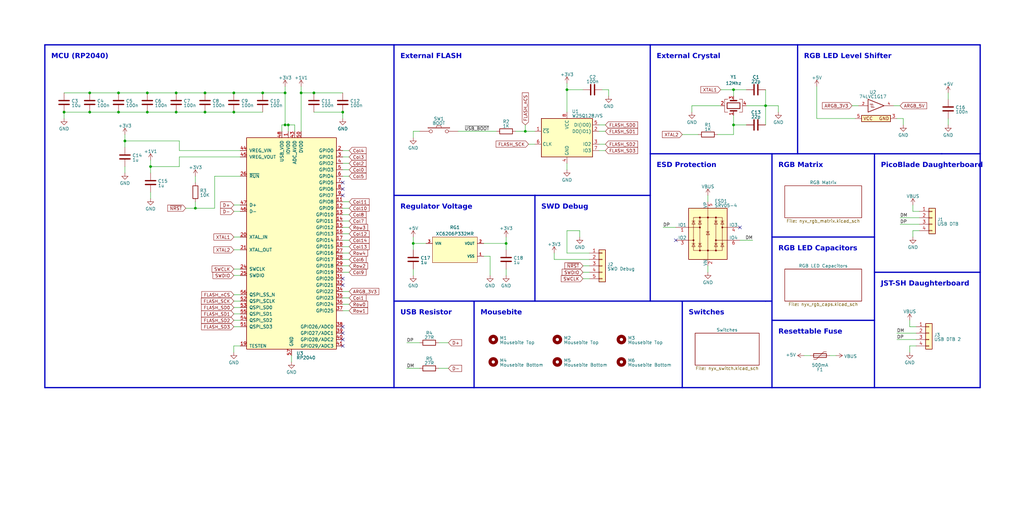
<source format=kicad_sch>
(kicad_sch (version 20220404) (generator eeschema)
  (paper "User" 405.994 202.997)
  (title_block (title "Nyx") (date "2023-06-05") (rev "1") (comment 1 "Copyright © 2023 HorrorTroll") (comment 2 "GPL2 License"))
  (junction (at 69.85 44.45))
  (junction (at 35.56 36.83))
  (junction (at 46.99 44.45))
  (junction (at 77.47 82.55))
  (junction (at 290.83 49.53))
  (junction (at 119.38 36.83))
  (junction (at 25.4 44.45))
  (junction (at 58.42 36.83))
  (junction (at 135.89 44.45))
  (junction (at 104.14 36.83))
  (junction (at 303.53 41.91))
  (junction (at 200.66 96.52))
  (junction (at 124.46 36.83))
  (junction (at 92.71 44.45))
  (junction (at 163.83 96.52))
  (junction (at 114.3 49.53))
  (junction (at 35.56 44.45))
  (junction (at 81.28 44.45))
  (junction (at 224.79 35.56))
  (junction (at 113.03 36.83))
  (junction (at 208.28 52.07))
  (junction (at 113.03 49.53))
  (junction (at 46.99 36.83))
  (junction (at 290.83 35.56))
  (junction (at 69.85 36.83))
  (junction (at 92.71 36.83))
  (junction (at 49.53 55.88))
  (junction (at 59.69 66.04))
  (junction (at 58.42 44.45))
  (junction (at 81.28 36.83))
  (no_connect (at 135.89 137.16))
  (no_connect (at 135.89 113.03))
  (no_connect (at 135.89 77.47))
  (no_connect (at 135.89 74.93))
  (no_connect (at 135.89 134.62))
  (no_connect (at 135.89 132.08))
  (no_connect (at 135.89 129.54))
  (no_connect (at 135.89 72.39))
  (no_connect (at 267.97 95.25))
  (no_connect (at 293.37 90.17))
  (no_connect (at 135.89 110.49))
  (wire (pts (xy 355.6 46.99) (xy 358.14 46.99)))
  (polyline (pts (xy 346.71 153.67) (xy 388.62 153.67)) (stroke (width 0.5) (type solid)))
  (polyline (pts (xy 257.81 77.47) (xy 212.09 77.47)) (stroke (width 0.5) (type solid)))
  (wire (pts (xy 135.89 95.25) (xy 138.43 95.25)))
  (wire (pts (xy 92.71 81.28) (xy 95.25 81.28)))
  (wire (pts (xy 77.47 82.55) (xy 85.09 82.55)))
  (polyline (pts (xy 257.81 77.47) (xy 257.81 60.96)) (stroke (width 0.5) (type solid)))
  (polyline (pts (xy 270.51 119.38) (xy 257.81 119.38)) (stroke (width 0.5) (type solid)))
  (wire (pts (xy 163.83 106.68) (xy 163.83 109.22)))
  (wire (pts (xy 224.79 35.56) (xy 231.14 35.56)))
  (polyline (pts (xy 346.71 93.98) (xy 306.07 93.98)) (stroke (width 0.5) (type solid)))
  (wire (pts (xy 71.12 59.69) (xy 95.25 59.69)))
  (wire (pts (xy 58.42 36.83) (xy 69.85 36.83)))
  (wire (pts (xy 177.8 135.89) (xy 173.99 135.89)))
  (wire (pts (xy 92.71 99.06) (xy 95.25 99.06)))
  (polyline (pts (xy 212.09 119.38) (xy 212.09 77.47)) (stroke (width 0.5) (type solid)))
  (wire (pts (xy 135.89 59.69) (xy 138.43 59.69)))
  (wire (pts (xy 361.95 81.28) (xy 361.95 83.82)))
  (polyline (pts (xy 346.71 153.67) (xy 346.71 127)) (stroke (width 0.5) (type solid)))
  (wire (pts (xy 181.61 52.07) (xy 196.85 52.07)))
  (wire (pts (xy 119.38 36.83) (xy 124.46 36.83)))
  (wire (pts (xy 233.68 100.33) (xy 224.79 100.33)))
  (wire (pts (xy 204.47 52.07) (xy 208.28 52.07)))
  (polyline (pts (xy 306.07 93.98) (xy 306.07 60.96)) (stroke (width 0.5) (type solid)))
  (polyline (pts (xy 156.21 77.47) (xy 156.21 17.78)) (stroke (width 0.5) (type solid)))
  (wire (pts (xy 49.53 66.04) (xy 49.53 68.58)))
  (wire (pts (xy 208.28 52.07) (xy 212.09 52.07)))
  (wire (pts (xy 219.71 102.87) (xy 233.68 102.87)))
  (wire (pts (xy 92.71 116.84) (xy 95.25 116.84)))
  (polyline (pts (xy 156.21 119.38) (xy 156.21 77.47)) (stroke (width 0.5) (type solid)))
  (wire (pts (xy 238.76 35.56) (xy 241.3 35.56)))
  (wire (pts (xy 237.49 57.15) (xy 240.03 57.15)))
  (wire (pts (xy 224.79 100.33) (xy 224.79 91.44)))
  (polyline (pts (xy 270.51 153.67) (xy 187.96 153.67)) (stroke (width 0.5) (type solid)))
  (wire (pts (xy 231.14 105.41) (xy 233.68 105.41)))
  (polyline (pts (xy 156.21 77.47) (xy 212.09 77.47)) (stroke (width 0.5) (type solid)))
  (wire (pts (xy 114.3 49.53) (xy 114.3 52.07)))
  (polyline (pts (xy 187.96 153.67) (xy 156.21 153.67)) (stroke (width 0.5) (type solid)))
  (wire (pts (xy 135.89 92.71) (xy 138.43 92.71)))
  (wire (pts (xy 114.3 49.53) (xy 113.03 49.53)))
  (wire (pts (xy 119.38 34.29) (xy 119.38 36.83)))
  (wire (pts (xy 25.4 44.45) (xy 25.4 46.99)))
  (wire (pts (xy 231.14 107.95) (xy 233.68 107.95)))
  (wire (pts (xy 364.49 91.44) (xy 361.95 91.44)))
  (wire (pts (xy 355.6 132.08) (xy 363.22 132.08)))
  (wire (pts (xy 138.43 80.01) (xy 135.89 80.01)))
  (polyline (pts (xy 346.71 93.98) (xy 346.71 60.96)) (stroke (width 0.5) (type solid)))
  (wire (pts (xy 135.89 115.57) (xy 138.43 115.57)))
  (wire (pts (xy 69.85 36.83) (xy 81.28 36.83)))
  (wire (pts (xy 92.71 119.38) (xy 95.25 119.38)))
  (wire (pts (xy 241.3 35.56) (xy 241.3 38.1)))
  (wire (pts (xy 92.71 121.92) (xy 95.25 121.92)))
  (wire (pts (xy 135.89 90.17) (xy 138.43 90.17)))
  (wire (pts (xy 92.71 36.83) (xy 104.14 36.83)))
  (wire (pts (xy 375.92 36.83) (xy 375.92 39.37)))
  (wire (pts (xy 200.66 96.52) (xy 200.66 99.06)))
  (wire (pts (xy 25.4 36.83) (xy 35.56 36.83)))
  (wire (pts (xy 191.77 96.52) (xy 200.66 96.52)))
  (wire (pts (xy 290.83 35.56) (xy 290.83 38.1)))
  (polyline (pts (xy 346.71 127) (xy 306.07 127)) (stroke (width 0.5) (type solid)))
  (polyline (pts (xy 257.81 60.96) (xy 257.81 17.78)) (stroke (width 0.5) (type solid)))
  (wire (pts (xy 85.09 82.55) (xy 85.09 69.85)))
  (wire (pts (xy 73.66 82.55) (xy 77.47 82.55)))
  (wire (pts (xy 274.32 41.91) (xy 285.75 41.91)))
  (wire (pts (xy 280.67 77.47) (xy 280.67 80.01)))
  (wire (pts (xy 200.66 106.68) (xy 200.66 109.22)))
  (wire (pts (xy 363.22 137.16) (xy 360.68 137.16)))
  (wire (pts (xy 95.25 137.16) (xy 92.71 137.16)))
  (wire (pts (xy 339.09 46.99) (xy 323.85 46.99)))
  (wire (pts (xy 77.47 82.55) (xy 77.47 80.01)))
  (wire (pts (xy 49.53 55.88) (xy 49.53 58.42)))
  (wire (pts (xy 318.77 140.97) (xy 321.31 140.97)))
  (wire (pts (xy 194.31 101.6) (xy 194.31 109.22)))
  (wire (pts (xy 92.71 83.82) (xy 95.25 83.82)))
  (wire (pts (xy 355.6 134.62) (xy 363.22 134.62)))
  (wire (pts (xy 237.49 49.53) (xy 240.03 49.53)))
  (wire (pts (xy 209.55 57.15) (xy 212.09 57.15)))
  (wire (pts (xy 81.28 36.83) (xy 92.71 36.83)))
  (wire (pts (xy 337.82 41.91) (xy 340.36 41.91)))
  (wire (pts (xy 25.4 44.45) (xy 35.56 44.45)))
  (wire (pts (xy 77.47 69.85) (xy 77.47 72.39)))
  (wire (pts (xy 358.14 46.99) (xy 358.14 49.53)))
  (wire (pts (xy 280.67 105.41) (xy 280.67 107.95)))
  (wire (pts (xy 360.68 127) (xy 360.68 129.54)))
  (wire (pts (xy 375.92 46.99) (xy 375.92 49.53)))
  (polyline (pts (xy 388.62 107.95) (xy 346.71 107.95)) (stroke (width 0.5) (type solid)))
  (wire (pts (xy 284.48 53.34) (xy 290.83 53.34)))
  (wire (pts (xy 92.71 124.46) (xy 95.25 124.46)))
  (wire (pts (xy 135.89 85.09) (xy 138.43 85.09)))
  (polyline (pts (xy 257.81 119.38) (xy 257.81 77.47)) (stroke (width 0.5) (type solid)))
  (wire (pts (xy 135.89 102.87) (xy 138.43 102.87)))
  (polyline (pts (xy 306.07 153.67) (xy 270.51 153.67)) (stroke (width 0.5) (type solid)))
  (wire (pts (xy 177.8 146.05) (xy 173.99 146.05)))
  (wire (pts (xy 59.69 66.04) (xy 71.12 66.04)))
  (wire (pts (xy 135.89 64.77) (xy 138.43 64.77)))
  (wire (pts (xy 295.91 41.91) (xy 303.53 41.91)))
  (wire (pts (xy 163.83 96.52) (xy 168.91 96.52)))
  (wire (pts (xy 208.28 49.53) (xy 208.28 52.07)))
  (wire (pts (xy 35.56 36.83) (xy 46.99 36.83)))
  (wire (pts (xy 354.33 41.91) (xy 356.87 41.91)))
  (wire (pts (xy 161.29 135.89) (xy 166.37 135.89)))
  (polyline (pts (xy 187.96 153.67) (xy 187.96 119.38)) (stroke (width 0.5) (type solid)))
  (polyline (pts (xy 346.71 127) (xy 346.71 93.98)) (stroke (width 0.5) (type solid)))
  (wire (pts (xy 163.83 52.07) (xy 163.83 54.61)))
  (wire (pts (xy 59.69 66.04) (xy 59.69 63.5)))
  (wire (pts (xy 113.03 49.53) (xy 111.76 49.53)))
  (wire (pts (xy 92.71 109.22) (xy 95.25 109.22)))
  (polyline (pts (xy 17.78 17.78) (xy 156.21 17.78)) (stroke (width 0.5) (type solid)))
  (wire (pts (xy 135.89 87.63) (xy 138.43 87.63)))
  (polyline (pts (xy 388.62 60.96) (xy 373.38 60.96)) (stroke (width 0.5) (type solid)))
  (wire (pts (xy 191.77 101.6) (xy 194.31 101.6)))
  (wire (pts (xy 328.93 140.97) (xy 331.47 140.97)))
  (wire (pts (xy 115.57 140.97) (xy 115.57 143.51)))
  (wire (pts (xy 35.56 44.45) (xy 46.99 44.45)))
  (wire (pts (xy 290.83 53.34) (xy 290.83 49.53)))
  (polyline (pts (xy 212.09 119.38) (xy 187.96 119.38)) (stroke (width 0.5) (type solid)))
  (wire (pts (xy 135.89 123.19) (xy 138.43 123.19)))
  (polyline (pts (xy 306.07 119.38) (xy 306.07 93.98)) (stroke (width 0.5) (type solid)))
  (wire (pts (xy 92.71 127) (xy 95.25 127)))
  (wire (pts (xy 92.71 137.16) (xy 92.71 139.7)))
  (polyline (pts (xy 388.62 17.78) (xy 388.62 60.96)) (stroke (width 0.5) (type solid)))
  (wire (pts (xy 361.95 91.44) (xy 361.95 93.98)))
  (wire (pts (xy 219.71 100.33) (xy 219.71 102.87)))
  (wire (pts (xy 71.12 55.88) (xy 71.12 59.69)))
  (polyline (pts (xy 388.62 107.95) (xy 388.62 153.67)) (stroke (width 0.5) (type solid)))
  (wire (pts (xy 81.28 44.45) (xy 92.71 44.45)))
  (polyline (pts (xy 187.96 119.38) (xy 156.21 119.38)) (stroke (width 0.5) (type solid)))
  (wire (pts (xy 224.79 33.02) (xy 224.79 35.56)))
  (polyline (pts (xy 316.23 60.96) (xy 316.23 17.78)) (stroke (width 0.5) (type solid)))
  (wire (pts (xy 59.69 66.04) (xy 59.69 68.58)))
  (wire (pts (xy 135.89 107.95) (xy 138.43 107.95)))
  (wire (pts (xy 119.38 36.83) (xy 119.38 52.07)))
  (polyline (pts (xy 270.51 119.38) (xy 303.53 119.38)) (stroke (width 0.5) (type solid)))
  (wire (pts (xy 293.37 95.25) (xy 298.45 95.25)))
  (wire (pts (xy 356.87 88.9) (xy 364.49 88.9)))
  (wire (pts (xy 49.53 53.34) (xy 49.53 55.88)))
  (wire (pts (xy 303.53 41.91) (xy 308.61 41.91)))
  (polyline (pts (xy 388.62 60.96) (xy 388.62 107.95)) (stroke (width 0.5) (type solid)))
  (wire (pts (xy 135.89 67.31) (xy 138.43 67.31)))
  (wire (pts (xy 237.49 59.69) (xy 240.03 59.69)))
  (wire (pts (xy 71.12 66.04) (xy 71.12 62.23)))
  (wire (pts (xy 46.99 44.45) (xy 58.42 44.45)))
  (wire (pts (xy 231.14 110.49) (xy 233.68 110.49)))
  (wire (pts (xy 290.83 45.72) (xy 290.83 49.53)))
  (polyline (pts (xy 156.21 17.78) (xy 257.81 17.78)) (stroke (width 0.5) (type solid)))
  (wire (pts (xy 135.89 97.79) (xy 138.43 97.79)))
  (wire (pts (xy 308.61 41.91) (xy 308.61 44.45)))
  (wire (pts (xy 224.79 64.77) (xy 224.79 67.31)))
  (wire (pts (xy 135.89 120.65) (xy 138.43 120.65)))
  (wire (pts (xy 135.89 82.55) (xy 138.43 82.55)))
  (wire (pts (xy 92.71 106.68) (xy 95.25 106.68)))
  (wire (pts (xy 290.83 35.56) (xy 295.91 35.56)))
  (wire (pts (xy 113.03 36.83) (xy 113.03 49.53)))
  (wire (pts (xy 163.83 93.98) (xy 163.83 96.52)))
  (wire (pts (xy 224.79 35.56) (xy 224.79 44.45)))
  (polyline (pts (xy 306.07 119.38) (xy 306.07 153.67)) (stroke (width 0.5) (type solid)))
  (wire (pts (xy 135.89 69.85) (xy 138.43 69.85)))
  (wire (pts (xy 92.71 44.45) (xy 104.14 44.45)))
  (polyline (pts (xy 388.62 17.78) (xy 316.23 17.78)) (stroke (width 0.5) (type solid)))
  (wire (pts (xy 49.53 55.88) (xy 71.12 55.88)))
  (polyline (pts (xy 373.38 60.96) (xy 316.23 60.96)) (stroke (width 0.5) (type solid)))
  (wire (pts (xy 323.85 34.29) (xy 323.85 46.99)))
  (wire (pts (xy 92.71 93.98) (xy 95.25 93.98)))
  (polyline (pts (xy 270.51 153.67) (xy 270.51 119.38)) (stroke (width 0.5) (type solid)))
  (wire (pts (xy 58.42 44.45) (xy 69.85 44.45)))
  (wire (pts (xy 200.66 93.98) (xy 200.66 96.52)))
  (wire (pts (xy 224.79 91.44) (xy 229.87 91.44)))
  (wire (pts (xy 303.53 35.56) (xy 303.53 41.91)))
  (wire (pts (xy 356.87 86.36) (xy 364.49 86.36)))
  (polyline (pts (xy 156.21 153.67) (xy 156.21 119.38)) (stroke (width 0.5) (type solid)))
  (wire (pts (xy 135.89 100.33) (xy 138.43 100.33)))
  (polyline (pts (xy 316.23 17.78) (xy 257.81 17.78)) (stroke (width 0.5) (type solid)))
  (wire (pts (xy 285.75 35.56) (xy 290.83 35.56)))
  (wire (pts (xy 363.22 129.54) (xy 360.68 129.54)))
  (wire (pts (xy 69.85 44.45) (xy 81.28 44.45)))
  (polyline (pts (xy 316.23 60.96) (xy 257.81 60.96)) (stroke (width 0.5) (type solid)))
  (wire (pts (xy 364.49 83.82) (xy 361.95 83.82)))
  (wire (pts (xy 360.68 137.16) (xy 360.68 139.7)))
  (wire (pts (xy 274.32 41.91) (xy 274.32 44.45)))
  (wire (pts (xy 290.83 49.53) (xy 295.91 49.53)))
  (wire (pts (xy 135.89 118.11) (xy 138.43 118.11)))
  (wire (pts (xy 270.51 53.34) (xy 276.86 53.34)))
  (wire (pts (xy 163.83 96.52) (xy 163.83 99.06)))
  (wire (pts (xy 46.99 36.83) (xy 58.42 36.83)))
  (wire (pts (xy 92.71 129.54) (xy 95.25 129.54)))
  (polyline (pts (xy 346.71 153.67) (xy 306.07 153.67)) (stroke (width 0.5) (type solid)))
  (wire (pts (xy 135.89 62.23) (xy 138.43 62.23)))
  (wire (pts (xy 229.87 91.44) (xy 229.87 93.98)))
  (wire (pts (xy 71.12 62.23) (xy 95.25 62.23)))
  (wire (pts (xy 135.89 44.45) (xy 135.89 46.99)))
  (polyline (pts (xy 17.78 153.67) (xy 17.78 17.78)) (stroke (width 0.5) (type solid)))
  (wire (pts (xy 116.84 49.53) (xy 114.3 49.53)))
  (wire (pts (xy 135.89 105.41) (xy 138.43 105.41)))
  (wire (pts (xy 104.14 36.83) (xy 113.03 36.83)))
  (wire (pts (xy 59.69 76.2) (xy 59.69 78.74)))
  (wire (pts (xy 262.89 90.17) (xy 267.97 90.17)))
  (wire (pts (xy 161.29 146.05) (xy 166.37 146.05)))
  (wire (pts (xy 124.46 44.45) (xy 135.89 44.45)))
  (polyline (pts (xy 257.81 119.38) (xy 212.09 119.38)) (stroke (width 0.5) (type solid)))
  (wire (pts (xy 166.37 52.07) (xy 163.83 52.07)))
  (wire (pts (xy 124.46 36.83) (xy 135.89 36.83)))
  (wire (pts (xy 237.49 52.07) (xy 240.03 52.07)))
  (wire (pts (xy 116.84 52.07) (xy 116.84 49.53)))
  (wire (pts (xy 85.09 69.85) (xy 95.25 69.85)))
  (wire (pts (xy 111.76 49.53) (xy 111.76 52.07)))
  (polyline (pts (xy 303.53 119.38) (xy 306.07 119.38)) (stroke (width 0.5) (type solid)))
  (wire (pts (xy 113.03 34.29) (xy 113.03 36.83)))
  (wire (pts (xy 303.53 41.91) (xy 303.53 49.53)))
  (polyline (pts (xy 156.21 153.67) (xy 17.78 153.67)) (stroke (width 0.5) (type solid)))
  (text "Switches" (at 273.05 125.73 0) (effects (font (size 2 2) (thickness 0.4) bold) (justify left bottom)))
  (text "PicoBlade Daughterboard" (at 349.25 67.31 0) (effects (font (size 2 2) (thickness 0.4) bold) (justify left bottom)))
  (text "MCU (RP2040)" (at 20.32 24.13 0) (effects (font (size 2 2) (thickness 0.4) bold) (justify left bottom)))
  (text "External Crystal" (at 260.35 24.13 0) (effects (font (size 2 2) (thickness 0.4) bold) (justify left bottom)))
  (text "RGB Matrix" (at 308.61 67.31 0) (effects (font (size 2 2) (thickness 0.4) bold) (justify left bottom)))
  (text "USB Resistor" (at 158.75 125.73 0) (effects (font (size 2 2) (thickness 0.4) bold) (justify left bottom)))
  (text "Mousebite" (at 190.5 125.73 0) (effects (font (size 2 2) (thickness 0.4) bold) (justify left bottom)))
  (text "RGB LED Capacitors" (at 308.61 100.33 0) (effects (font (size 2 2) (thickness 0.4) bold) (justify left bottom)))
  (text "JST-SH Daughterboard" (at 349.25 114.3 0) (effects (font (size 2 2) (thickness 0.4) bold) (justify left bottom)))
  (text "Resettable Fuse" (at 308.61 133.35 0) (effects (font (size 2 2) (thickness 0.4) bold) (justify left bottom)))
  (text "ESD Protection" (at 260.35 67.31 0) (effects (font (size 2 2) (thickness 0.4) bold) (justify left bottom)))
  (text "RGB LED Level Shifter" (at 318.77 24.13 0) (effects (font (size 2 2) (thickness 0.4) bold) (justify left bottom)))
  (text "SWD Debug" (at 214.63 83.82 0) (effects (font (size 2 2) (thickness 0.4) bold) (justify left bottom)))
  (text "Regulator Voltage" (at 158.75 83.82 0) (effects (font (size 2 2) (thickness 0.4) bold) (justify left bottom)))
  (text "External FLASH" (at 158.75 24.13 0) (effects (font (size 2 2) (thickness 0.4) bold) (justify left bottom)))
  (label "DM" (at 356.87 86.36 0))
  (label "DP" (at 262.89 90.17 0))
  (label "DM" (at 161.29 146.05 0))
  (label "DP" (at 355.6 134.62 0))
  (label "DP" (at 356.87 88.9 0))
  (label "~{USB_BOOT}" (at 184.15 52.07 0))
  (label "DM" (at 298.45 95.25 0))
  (label "DP" (at 161.29 135.89 0))
  (label "DM" (at 355.6 132.08 0))
  (global_label "SWDIO" (shape input) (at 92.71 109.22 180) (property "Intersheetrefs" "${INTERSHEET_REFS}" (effects hide)))
  (global_label "Row0" (shape input) (at 138.43 120.65 0) (property "Intersheetrefs" "${INTERSHEET_REFS}" (effects hide)))
  (global_label "Col13" (shape input) (at 138.43 97.79 0) (property "Intersheetrefs" "${INTERSHEET_REFS}" (effects hide)))
  (global_label "Col3" (shape input) (at 138.43 62.23 0) (property "Intersheetrefs" "${INTERSHEET_REFS}" (effects hide)))
  (global_label "FLASH_SCK" (shape input) (at 209.55 57.15 180) (property "Intersheetrefs" "${INTERSHEET_REFS}" (effects hide)))
  (global_label "FLASH_SD1" (shape input) (at 92.71 124.46 180) (property "Intersheetrefs" "${INTERSHEET_REFS}" (effects hide)))
  (global_label "ARGB_3V3" (shape input) (at 138.43 115.57 0) (property "Intersheet References" "${INTERSHEET_REFS}" (effects hide)))
  (global_label "Col7" (shape input) (at 138.43 87.63 0) (property "Intersheetrefs" "${INTERSHEET_REFS}" (effects hide)))
  (global_label "FLASH_SD3" (shape input) (at 92.71 129.54 180) (property "Intersheetrefs" "${INTERSHEET_REFS}" (effects hide)))
  (global_label "Col12" (shape input) (at 138.43 92.71 0) (property "Intersheetrefs" "${INTERSHEET_REFS}" (effects hide)))
  (global_label "Col11" (shape input) (at 138.43 80.01 0) (property "Intersheetrefs" "${INTERSHEET_REFS}" (effects hide)))
  (global_label "Col10" (shape input) (at 138.43 82.55 0) (property "Intersheetrefs" "${INTERSHEET_REFS}" (effects hide)))
  (global_label "XTAL1" (shape input) (at 285.75 35.56 180) (property "Intersheetrefs" "${INTERSHEET_REFS}" (effects hide)))
  (global_label "~{NRST}" (shape input) (at 73.66 82.55 180) (property "Intersheetrefs" "${INTERSHEET_REFS}" (effects hide)))
  (global_label "XTAL1" (shape input) (at 92.71 93.98 180) (property "Intersheetrefs" "${INTERSHEET_REFS}" (effects hide)))
  (global_label "FLASH_SD2" (shape input) (at 92.71 127 180) (property "Intersheetrefs" "${INTERSHEET_REFS}" (effects hide)))
  (global_label "FLASH_SD3" (shape input) (at 240.03 59.69 0) (property "Intersheetrefs" "${INTERSHEET_REFS}" (effects hide)))
  (global_label "Col6" (shape input) (at 138.43 102.87 0) (property "Intersheetrefs" "${INTERSHEET_REFS}" (effects hide)))
  (global_label "Row4" (shape input) (at 138.43 100.33 0) (property "Intersheetrefs" "${INTERSHEET_REFS}" (effects hide)))
  (global_label "D+" (shape input) (at 92.71 81.28 180) (property "Intersheetrefs" "${INTERSHEET_REFS}" (effects hide)))
  (global_label "FLASH_SD0" (shape input) (at 92.71 121.92 180) (property "Intersheetrefs" "${INTERSHEET_REFS}" (effects hide)))
  (global_label "FLASH_SD2" (shape input) (at 240.03 57.15 0) (property "Intersheetrefs" "${INTERSHEET_REFS}" (effects hide)))
  (global_label "SWDIO" (shape input) (at 231.14 107.95 180) (property "Intersheetrefs" "${INTERSHEET_REFS}" (effects hide)))
  (global_label "D-" (shape input) (at 177.8 146.05 0) (property "Intersheet References" "${INTERSHEET_REFS}" (effects hide)))
  (global_label "Row2" (shape input) (at 138.43 105.41 0) (property "Intersheetrefs" "${INTERSHEET_REFS}" (effects hide)))
  (global_label "FLASH_SD0" (shape input) (at 240.03 49.53 0) (property "Intersheetrefs" "${INTERSHEET_REFS}" (effects hide)))
  (global_label "Col4" (shape input) (at 138.43 59.69 0) (property "Intersheetrefs" "${INTERSHEET_REFS}" (effects hide)))
  (global_label "Row3" (shape input) (at 138.43 90.17 0) (property "Intersheetrefs" "${INTERSHEET_REFS}" (effects hide)))
  (global_label "Col2" (shape input) (at 138.43 64.77 0) (property "Intersheetrefs" "${INTERSHEET_REFS}" (effects hide)))
  (global_label "XTAL2" (shape input) (at 270.51 53.34 180) (property "Intersheetrefs" "${INTERSHEET_REFS}" (effects hide)))
  (global_label "SWCLK" (shape input) (at 231.14 110.49 180) (property "Intersheetrefs" "${INTERSHEET_REFS}" (effects hide)))
  (global_label "XTAL2" (shape input) (at 92.71 99.06 180) (property "Intersheetrefs" "${INTERSHEET_REFS}" (effects hide)))
  (global_label "FLASH_SD1" (shape input) (at 240.03 52.07 0) (property "Intersheetrefs" "${INTERSHEET_REFS}" (effects hide)))
  (global_label "~{NRST}" (shape input) (at 231.14 105.41 180) (property "Intersheetrefs" "${INTERSHEET_REFS}" (effects hide)))
  (global_label "Col9" (shape input) (at 138.43 107.95 0) (property "Intersheetrefs" "${INTERSHEET_REFS}" (effects hide)))
  (global_label "ARGB_5V" (shape input) (at 356.87 41.91 0) (property "Intersheet References" "${INTERSHEET_REFS}" (effects hide)))
  (global_label "Col5" (shape input) (at 138.43 69.85 0) (property "Intersheetrefs" "${INTERSHEET_REFS}" (effects hide)))
  (global_label "SWCLK" (shape input) (at 92.71 106.68 180) (property "Intersheetrefs" "${INTERSHEET_REFS}" (effects hide)))
  (global_label "Col1" (shape input) (at 138.43 118.11 0) (property "Intersheetrefs" "${INTERSHEET_REFS}" (effects hide)))
  (global_label "D+" (shape input) (at 177.8 135.89 0) (property "Intersheet References" "${INTERSHEET_REFS}" (effects hide)))
  (global_label "FLASH_SCK" (shape input) (at 92.71 119.38 180) (property "Intersheetrefs" "${INTERSHEET_REFS}" (effects hide)))
  (global_label "D-" (shape input) (at 92.71 83.82 180) (property "Intersheetrefs" "${INTERSHEET_REFS}" (effects hide)))
  (global_label "Row1" (shape input) (at 138.43 123.19 0) (property "Intersheetrefs" "${INTERSHEET_REFS}" (effects hide)))
  (global_label "ARGB_3V3" (shape input) (at 337.82 41.91 180) (property "Intersheet References" "${INTERSHEET_REFS}" (effects hide)))
  (global_label "FLASH_nCS" (shape input) (at 92.71 116.84 180) (property "Intersheetrefs" "${INTERSHEET_REFS}" (effects hide)))
  (global_label "Col0" (shape input) (at 138.43 67.31 0) (property "Intersheetrefs" "${INTERSHEET_REFS}" (effects hide)))
  (global_label "Col14" (shape input) (at 138.43 95.25 0) (property "Intersheetrefs" "${INTERSHEET_REFS}" (effects hide)))
  (global_label "FLASH_nCS" (shape input) (at 208.28 49.53 90) (property "Intersheetrefs" "${INTERSHEET_REFS}" (effects hide)))
  (global_label "Col8" (shape input) (at 138.43 85.09 0) (property "Intersheetrefs" "${INTERSHEET_REFS}" (effects hide)))
  (symbol (lib_id "power:GND") (at 25.4 46.99 0) (unit 1)
    (default_instance (reference "#PWR") (unit 1) (value "GND") (footprint ""))
    (property "Reference" "#PWR0104" (effects hide))
    (property "Value" "GND" (at 25.4 51.0461 0))
  )
  (symbol (lib_id "Device:C") (at 35.56 40.64 0) (unit 1)
    (default_instance (reference "C") (unit 1) (value "C") (footprint ""))
    (property "Reference" "C4" (at 38.481 40.0455 0) (effects (justify left)))
    (property "Value" "100n" (at 38.481 41.8077 0) (effects (justify left)))
    (property "Footprint" "Capacitor_SMD:C_0603_1608Metric" (effects hide))
    (property "LCSC Part Number" "C14663" (effects hide))
  )
  (symbol (lib_id "power:GND") (at 163.83 54.61 0) (unit 1)
    (default_instance (reference "#PWR") (unit 1) (value "GND") (footprint ""))
    (property "Reference" "#PWR0117" (effects hide))
    (property "Value" "GND" (at 163.83 58.6661 0))
  )
  (symbol (lib_id "power:GND") (at 92.71 139.7 0) (unit 1)
    (default_instance (reference "#PWR") (unit 1) (value "GND") (footprint ""))
    (property "Reference" "#PWR0105" (effects hide))
    (property "Value" "GND" (at 92.71 143.7561 0))
  )
  (symbol (lib_id "power:VBUS") (at 360.68 127 0) (unit 1)
    (default_instance (reference "#PWR") (unit 1) (value "VBUS") (footprint ""))
    (property "Reference" "#PWR05" (effects hide))
    (property "Value" "VBUS" (at 360.68 123.5171 0))
  )
  (symbol (lib_id "power:GND") (at 360.68 139.7 0) (unit 1)
    (default_instance (reference "#PWR") (unit 1) (value "GND") (footprint ""))
    (property "Reference" "#PWR06" (effects hide))
    (property "Value" "GND" (at 360.68 143.7561 0))
  )
  (symbol (lib_id "Device:C") (at 81.28 40.64 0) (unit 1)
    (default_instance (reference "C") (unit 1) (value "C") (footprint ""))
    (property "Reference" "C8" (at 84.201 40.0455 0) (effects (justify left)))
    (property "Value" "100n" (at 84.201 41.8077 0) (effects (justify left)))
    (property "Footprint" "Capacitor_SMD:C_0603_1608Metric" (effects hide))
    (property "LCSC Part Number" "C14663" (effects hide))
  )
  (symbol (lib_id "Device:C") (at 49.53 62.23 0) (unit 1)
    (default_instance (reference "C") (unit 1) (value "C") (footprint ""))
    (property "Reference" "C14" (at 52.451 61.6355 0) (effects (justify left)))
    (property "Value" "1u" (at 52.451 63.3977 0) (effects (justify left)))
    (property "Footprint" "Capacitor_SMD:C_0603_1608Metric" (effects hide))
    (property "LCSC Part Number" "C15849" (effects hide))
  )
  (symbol (lib_id "Device:C") (at 58.42 40.64 0) (unit 1)
    (default_instance (reference "C") (unit 1) (value "C") (footprint ""))
    (property "Reference" "C6" (at 61.341 40.0455 0) (effects (justify left)))
    (property "Value" "100n" (at 61.341 41.8077 0) (effects (justify left)))
    (property "Footprint" "Capacitor_SMD:C_0603_1608Metric" (effects hide))
    (property "LCSC Part Number" "C14663" (effects hide))
  )
  (symbol (lib_id "power:+5V") (at 375.92 36.83 0) (unit 1)
    (default_instance (reference "#PWR") (unit 1) (value "+5V") (footprint ""))
    (property "Reference" "#PWR0132" (effects hide))
    (property "Value" "+5V" (at 375.92 33.3471 0))
  )
  (symbol (lib_id "Device:C") (at 375.92 43.18 0) (unit 1)
    (default_instance (reference "C") (unit 1) (value "C") (footprint ""))
    (property "Reference" "C16" (at 378.841 42.5855 0) (effects (justify left)))
    (property "Value" "100n" (at 378.841 44.3477 0) (effects (justify left)))
    (property "Footprint" "Capacitor_SMD:C_0603_1608Metric" (effects hide))
    (property "LCSC Part Number" "C14663" (effects hide))
  )
  (symbol (lib_id "Device:C") (at 69.85 40.64 0) (unit 1)
    (default_instance (reference "C") (unit 1) (value "C") (footprint ""))
    (property "Reference" "C7" (at 72.771 40.0455 0) (effects (justify left)))
    (property "Value" "100n" (at 72.771 41.8077 0) (effects (justify left)))
    (property "Footprint" "Capacitor_SMD:C_0603_1608Metric" (effects hide))
    (property "LCSC Part Number" "C14663" (effects hide))
  )
  (symbol (lib_id "Device:Polyfuse") (at 325.12 140.97 270) (unit 1)
    (default_instance (reference "F") (unit 1) (value "Polyfuse") (footprint ""))
    (property "Reference" "F1" (at 325.12 146.5422 90))
    (property "Value" "500mA" (at 325.12 144.78 90))
    (property "Footprint" "Fuse:Fuse_0805_2012Metric" (effects hide))
    (property "LCSC Part Number" "C269104" (effects hide))
  )
  (symbol (lib_id "power:VBUS") (at 361.95 81.28 0) (unit 1)
    (default_instance (reference "#PWR") (unit 1) (value "VBUS") (footprint ""))
    (property "Reference" "#PWR0134" (effects hide))
    (property "Value" "VBUS" (at 361.95 77.7971 0))
  )
  (symbol (lib_id "Mechanical:MountingHole") (at 195.58 134.62 0) (unit 1)
    (default_instance (reference "H") (unit 1) (value "MountingHole") (footprint ""))
    (property "Reference" "M1" (at 198.12 134.0255 0) (effects (justify left)))
    (property "Value" "Mousebite Top" (at 198.12 135.7877 0) (effects (justify left)))
    (property "Footprint" "HorrorTroll_lib:mousebites_2mm_big_width" (effects hide))
  )
  (symbol (lib_id "power:+3V3") (at 113.03 34.29 0) (unit 1)
    (default_instance (reference "#PWR") (unit 1) (value "+3V3") (footprint ""))
    (property "Reference" "#PWR0103" (effects hide))
    (property "Value" "+3V3" (at 113.03 30.8071 0))
  )
  (symbol (lib_id "power:GND") (at 224.79 67.31 0) (unit 1)
    (default_instance (reference "#PWR") (unit 1) (value "GND") (footprint ""))
    (property "Reference" "#PWR0125" (effects hide))
    (property "Value" "GND" (at 224.79 71.3661 0))
  )
  (symbol (lib_id "power:+5V") (at 318.77 140.97 90) (unit 1)
    (default_instance (reference "#PWR") (unit 1) (value "+5V") (footprint ""))
    (property "Reference" "#PWR0124" (effects hide))
    (property "Value" "+5V" (at 315.595 140.6834 90) (effects (justify left)))
  )
  (symbol (lib_id "power:+3V3") (at 49.53 53.34 0) (unit 1)
    (default_instance (reference "#PWR") (unit 1) (value "+3V3") (footprint ""))
    (property "Reference" "#PWR0107" (effects hide))
    (property "Value" "+3V3" (at 49.53 49.8571 0))
  )
  (symbol (lib_id "Device:C") (at 299.72 35.56 90) (unit 1)
    (default_instance (reference "C") (unit 1) (value "C") (footprint ""))
    (property "Reference" "C1" (at 299.72 30.5689 90))
    (property "Value" "22p" (at 299.72 32.3311 90))
    (property "Footprint" "Capacitor_SMD:C_0603_1608Metric" (effects hide))
    (property "LCSC Part Number" "C1653" (effects hide))
  )
  (symbol (lib_id "power:VBUS") (at 280.67 77.47 0) (unit 1)
    (default_instance (reference "#PWR") (unit 1) (value "VBUS") (footprint ""))
    (property "Reference" "#PWR0127" (effects hide))
    (property "Value" "VBUS" (at 280.67 73.9871 0))
  )
  (symbol (lib_id "power:GND") (at 229.87 93.98 0) (unit 1)
    (default_instance (reference "#PWR") (unit 1) (value "GND") (footprint ""))
    (property "Reference" "#PWR0121" (effects hide))
    (property "Value" "GND" (at 229.87 98.0361 0))
  )
  (symbol (lib_id "Device:C") (at 124.46 40.64 0) (unit 1)
    (default_instance (reference "C") (unit 1) (value "C") (footprint ""))
    (property "Reference" "C11" (at 127.381 40.0455 0) (effects (justify left)))
    (property "Value" "100n" (at 127.381 41.8077 0) (effects (justify left)))
    (property "Footprint" "Capacitor_SMD:C_0603_1608Metric" (effects hide))
    (property "LCSC Part Number" "C14663" (effects hide))
  )
  (symbol (lib_id "Device:R") (at 170.18 135.89 270) (unit 1)
    (default_instance (reference "U") (unit 1) (value "") (footprint ""))
    (property "Reference" "R4" (at 170.18 132.0419 90))
    (property "Value" "27R" (at 170.18 133.8041 90))
    (property "Footprint" "Resistor_SMD:R_0603_1608Metric" (effects hide))
    (property "LCSC Part Number" "C25190" (effects hide))
  )
  (symbol (lib_id "Device:C") (at 46.99 40.64 0) (unit 1)
    (default_instance (reference "C") (unit 1) (value "C") (footprint ""))
    (property "Reference" "C5" (at 49.911 40.0455 0) (effects (justify left)))
    (property "Value" "100n" (at 49.911 41.8077 0) (effects (justify left)))
    (property "Footprint" "Capacitor_SMD:C_0603_1608Metric" (effects hide))
    (property "LCSC Part Number" "C14663" (effects hide))
  )
  (symbol (lib_id "power:+3V3") (at 77.47 69.85 0) (unit 1)
    (default_instance (reference "#PWR") (unit 1) (value "+3V3") (footprint ""))
    (property "Reference" "#PWR0106" (effects hide))
    (property "Value" "+3V3" (at 77.47 66.3671 0))
  )
  (symbol (lib_id "horrortroll_lib:74LVC1G17") (at 346.71 41.91 0) (unit 1)
    (default_instance (reference "U") (unit 1) (value "74LVC1G17") (footprint "Package_TO_SOT_SMD:SOT-23-5"))
    (property "Reference" "U2" (at 346.075 36.5379 0))
    (property "Value" "74LVC1G17" (at 346.075 38.3001 0))
    (property "Footprint" "Package_TO_SOT_SMD:SOT-23-5" (effects hide))
    (property "Datasheet" "http://www.ti.com/lit/sg/scyt129e/scyt129e.pdf" (effects hide))
    (property "LCSC" "C7484" (effects hide))
    (property "LCSC Part Number" "C6076" (effects hide))
  )
  (symbol (lib_id "Mechanical:MountingHole") (at 246.38 134.62 0) (unit 1)
    (default_instance (reference "H") (unit 1) (value "MountingHole") (footprint ""))
    (property "Reference" "M3" (at 248.92 134.0255 0) (effects (justify left)))
    (property "Value" "Mousebite Top" (at 248.92 135.7877 0) (effects (justify left)))
    (property "Footprint" "HorrorTroll_lib:mousebites_2mm_big_width" (effects hide))
  )
  (symbol (lib_id "Connector_Generic:Conn_01x05") (at 238.76 105.41 0) (unit 1)
    (default_instance (reference "J") (unit 1) (value "Conn_01x05") (footprint ""))
    (property "Reference" "J2" (at 240.792 104.8155 0) (effects (justify left)))
    (property "Value" "SWD Debug" (at 240.792 106.5777 0) (effects (justify left)))
    (property "Footprint" "Connector_PinHeader_2.54mm:PinHeader_1x05_P2.54mm_Vertical" (effects hide))
  )
  (symbol (lib_id "Device:C") (at 299.72 49.53 90) (unit 1)
    (default_instance (reference "C") (unit 1) (value "C") (footprint ""))
    (property "Reference" "C13" (at 299.72 44.5389 90))
    (property "Value" "22p" (at 299.72 46.3011 90))
    (property "Footprint" "Capacitor_SMD:C_0603_1608Metric" (effects hide))
    (property "LCSC Part Number" "C1653" (effects hide))
  )
  (symbol (lib_id "Device:R") (at 77.47 76.2 0) (unit 1)
    (default_instance (reference "R") (unit 1) (value "R") (footprint ""))
    (property "Reference" "R3" (at 79.248 75.6055 0) (effects (justify left)))
    (property "Value" "10K" (at 79.248 77.3677 0) (effects (justify left)))
    (property "Footprint" "Resistor_SMD:R_0603_1608Metric" (effects hide))
    (property "LCSC Part Number" "C25804" (effects hide))
  )
  (symbol (lib_id "power:GND") (at 49.53 68.58 0) (unit 1)
    (default_instance (reference "#PWR") (unit 1) (value "GND") (footprint ""))
    (property "Reference" "#PWR0110" (effects hide))
    (property "Value" "GND" (at 49.53 72.6361 0))
  )
  (symbol (lib_id "Device:C") (at 135.89 40.64 0) (unit 1)
    (default_instance (reference "C") (unit 1) (value "C") (footprint ""))
    (property "Reference" "C12" (at 138.811 40.0455 0) (effects (justify left)))
    (property "Value" "100n" (at 138.811 41.8077 0) (effects (justify left)))
    (property "Footprint" "Capacitor_SMD:C_0603_1608Metric" (effects hide))
    (property "LCSC Part Number" "C14663" (effects hide))
  )
  (symbol (lib_id "Device:C") (at 25.4 40.64 0) (unit 1)
    (default_instance (reference "C") (unit 1) (value "C") (footprint ""))
    (property "Reference" "C3" (at 28.321 40.0455 0) (effects (justify left)))
    (property "Value" "10u" (at 28.321 41.8077 0) (effects (justify left)))
    (property "Footprint" "Capacitor_SMD:C_0603_1608Metric" (effects hide))
    (property "LCSC Part Number" "C19702" (effects hide))
  )
  (symbol (lib_id "power:GND") (at 358.14 49.53 0) (unit 1)
    (default_instance (reference "#PWR") (unit 1) (value "GND") (footprint ""))
    (property "Reference" "#PWR0128" (effects hide))
    (property "Value" "GND" (at 358.14 53.5861 0))
  )
  (symbol (lib_id "power:GND") (at 241.3 38.1 0) (unit 1)
    (default_instance (reference "#PWR") (unit 1) (value "GND") (footprint ""))
    (property "Reference" "#PWR0130" (effects hide))
    (property "Value" "GND" (at 241.3 42.1561 0))
  )
  (symbol (lib_id "Device:R") (at 280.67 53.34 90) (unit 1)
    (default_instance (reference "R") (unit 1) (value "R") (footprint ""))
    (property "Reference" "R1" (at 280.67 49.4919 90))
    (property "Value" "1K" (at 280.67 51.2541 90))
    (property "Footprint" "Resistor_SMD:R_0603_1608Metric" (effects hide))
    (property "LCSC Part Number" "C21190" (effects hide))
  )
  (symbol (lib_id "Mechanical:MountingHole") (at 220.98 134.62 0) (unit 1)
    (default_instance (reference "H") (unit 1) (value "MountingHole") (footprint ""))
    (property "Reference" "M2" (at 223.52 134.0255 0) (effects (justify left)))
    (property "Value" "Mousebite Top" (at 223.52 135.7877 0) (effects (justify left)))
    (property "Footprint" "HorrorTroll_lib:mousebites_2mm_big_width" (effects hide))
  )
  (symbol (lib_id "power:+3V3") (at 200.66 93.98 0) (unit 1)
    (default_instance (reference "#PWR") (unit 1) (value "+3V3") (footprint ""))
    (property "Reference" "#PWR0119" (effects hide))
    (property "Value" "+3V3" (at 200.66 90.4971 0))
  )
  (symbol (lib_id "power:GND") (at 361.95 93.98 0) (unit 1)
    (default_instance (reference "#PWR") (unit 1) (value "GND") (footprint ""))
    (property "Reference" "#PWR0133" (effects hide))
    (property "Value" "GND" (at 361.95 98.0361 0))
  )
  (symbol (lib_id "Device:C") (at 234.95 35.56 90) (unit 1)
    (default_instance (reference "C") (unit 1) (value "C") (footprint ""))
    (property "Reference" "C2" (at 234.95 30.5689 90))
    (property "Value" "100n" (at 234.95 32.3311 90))
    (property "Footprint" "Capacitor_SMD:C_0603_1608Metric" (effects hide))
    (property "LCSC Part Number" "C14663" (effects hide))
  )
  (symbol (lib_id "power:GND") (at 163.83 109.22 0) (unit 1)
    (default_instance (reference "#PWR") (unit 1) (value "GND") (footprint ""))
    (property "Reference" "#PWR0114" (effects hide))
    (property "Value" "GND" (at 163.83 113.2761 0))
  )
  (symbol (lib_id "power:GND") (at 375.92 49.53 0) (unit 1)
    (default_instance (reference "#PWR") (unit 1) (value "GND") (footprint ""))
    (property "Reference" "#PWR0131" (effects hide))
    (property "Value" "GND" (at 375.92 53.5861 0))
  )
  (symbol (lib_id "Device:C") (at 163.83 102.87 0) (unit 1)
    (default_instance (reference "C") (unit 1) (value "C") (footprint ""))
    (property "Reference" "C17" (at 166.751 102.2755 0) (effects (justify left)))
    (property "Value" "1u" (at 166.751 104.0377 0) (effects (justify left)))
    (property "Footprint" "Capacitor_SMD:C_0603_1608Metric" (effects hide))
    (property "LCSC Part Number" "C15849" (effects hide))
  )
  (symbol (lib_id "Device:R") (at 170.18 146.05 270) (unit 1)
    (default_instance (reference "U") (unit 1) (value "") (footprint ""))
    (property "Reference" "R5" (at 170.18 142.2019 90))
    (property "Value" "27R" (at 170.18 143.9641 90))
    (property "Footprint" "Resistor_SMD:R_0603_1608Metric" (effects hide))
    (property "LCSC Part Number" "C25190" (effects hide))
  )
  (symbol (lib_id "power:+3V3") (at 224.79 33.02 0) (unit 1)
    (default_instance (reference "#PWR") (unit 1) (value "+3V3") (footprint ""))
    (property "Reference" "#PWR0129" (effects hide))
    (property "Value" "+3V3" (at 224.79 29.5371 0))
  )
  (symbol (lib_id "power:GND") (at 308.61 44.45 0) (unit 1)
    (default_instance (reference "#PWR") (unit 1) (value "GND") (footprint ""))
    (property "Reference" "#PWR0118" (effects hide))
    (property "Value" "GND" (at 308.61 48.5061 0))
  )
  (symbol (lib_id "power:+5V") (at 163.83 93.98 0) (unit 1)
    (default_instance (reference "#PWR") (unit 1) (value "+5V") (footprint ""))
    (property "Reference" "#PWR0113" (effects hide))
    (property "Value" "+5V" (at 163.83 90.4971 0))
  )
  (symbol (lib_id "horrortroll_lib:XC6206P332MR") (at 180.34 96.52 0) (unit 1)
    (default_instance (reference "RG") (unit 1) (value "XC6206P332MR") (footprint "Torex-XC6206P332MR"))
    (property "Reference" "RG1" (at 180.34 90.17 0))
    (property "Value" "XC6206P332MR" (at 180.34 92.71 0))
    (property "Footprint" "HorrorTroll_lib:XC6206P332MR" (effects hide))
    (property "Datasheet" "https://www.torexsemi.com/file/xc6206/XC6206.pdf" (effects hide))
    (property "LCSC Part Number" "C5446" (effects hide))
  )
  (symbol (lib_id "power:+5V") (at 323.85 34.29 0) (unit 1)
    (default_instance (reference "#PWR") (unit 1) (value "+5V") (footprint ""))
    (property "Reference" "#PWR0122" (effects hide))
    (property "Value" "+5V" (at 323.85 30.8071 0))
  )
  (symbol (lib_id "Device:C") (at 92.71 40.64 0) (unit 1)
    (default_instance (reference "C") (unit 1) (value "C") (footprint ""))
    (property "Reference" "C9" (at 95.631 40.0455 0) (effects (justify left)))
    (property "Value" "100n" (at 95.631 41.8077 0) (effects (justify left)))
    (property "Footprint" "Capacitor_SMD:C_0603_1608Metric" (effects hide))
    (property "LCSC Part Number" "C14663" (effects hide))
  )
  (symbol (lib_id "power:VBUS") (at 331.47 140.97 270) (unit 1)
    (default_instance (reference "#PWR") (unit 1) (value "VBUS") (footprint ""))
    (property "Reference" "#PWR0123" (effects hide))
    (property "Value" "VBUS" (at 334.645 141.2566 90) (effects (justify left)))
  )
  (symbol (lib_id "power:GND") (at 115.57 143.51 0) (unit 1)
    (default_instance (reference "#PWR") (unit 1) (value "GND") (footprint ""))
    (property "Reference" "#PWR0101" (effects hide))
    (property "Value" "GND" (at 115.57 147.5661 0))
  )
  (symbol (lib_id "Device:C") (at 200.66 102.87 0) (unit 1)
    (default_instance (reference "C") (unit 1) (value "C") (footprint ""))
    (property "Reference" "C18" (at 203.581 102.2755 0) (effects (justify left)))
    (property "Value" "1u" (at 203.581 104.0377 0) (effects (justify left)))
    (property "Footprint" "Capacitor_SMD:C_0603_1608Metric" (effects hide))
    (property "LCSC Part Number" "C15849" (effects hide))
  )
  (symbol (lib_id "power:+1V1") (at 119.38 34.29 0) (unit 1)
    (default_instance (reference "#PWR") (unit 1) (value "+1V1") (footprint ""))
    (property "Reference" "#PWR0102" (effects hide))
    (property "Value" "+1V1" (at 119.38 30.8071 0))
  )
  (symbol (lib_id "Memory_Flash:W25Q128JVS") (at 224.79 54.61 0) (unit 1)
    (default_instance (reference "U") (unit 1) (value "W25Q128JVS") (footprint "Package_SO:SOIC-8_5.23x5.23mm_P1.27mm"))
    (property "Reference" "U1" (at 226.7459 44.1579 0) (effects (justify left)))
    (property "Value" "W25Q128JVS" (at 226.7459 45.9201 0) (effects (justify left)))
    (property "Footprint" "Package_SO:SOIC-8_5.23x5.23mm_P1.27mm" (effects hide))
    (property "Datasheet" "http://www.winbond.com/resource-files/w25q128jv_dtr%20revc%2003272018%20plus.pdf" (effects hide))
    (property "LCSC Part Number" "C97521" (effects hide))
  )
  (symbol (lib_id "Mechanical:MountingHole") (at 195.58 143.51 0) (unit 1)
    (default_instance (reference "H") (unit 1) (value "MountingHole") (footprint ""))
    (property "Reference" "M4" (at 198.12 142.9155 0) (effects (justify left)))
    (property "Value" "Mousebite Bottom" (at 198.12 144.6777 0) (effects (justify left)))
    (property "Footprint" "HorrorTroll_lib:mousebites_2mm_big_width" (effects hide))
  )
  (symbol (lib_id "Device:C") (at 104.14 40.64 0) (unit 1)
    (default_instance (reference "C") (unit 1) (value "C") (footprint ""))
    (property "Reference" "C10" (at 107.061 40.0455 0) (effects (justify left)))
    (property "Value" "100n" (at 107.061 41.8077 0) (effects (justify left)))
    (property "Footprint" "Capacitor_SMD:C_0603_1608Metric" (effects hide))
    (property "LCSC Part Number" "C14663" (effects hide))
  )
  (symbol (lib_id "Connector_Generic:Conn_01x04") (at 369.57 86.36 0) (unit 1)
    (default_instance (reference "J") (unit 1) (value "Conn_01x04") (footprint ""))
    (property "Reference" "J1" (at 371.602 87.0355 0) (effects (justify left)))
    (property "Value" "USB DTB" (at 371.602 88.7977 0) (effects (justify left)))
    (property "Footprint" "Connector_Molex:Molex_PicoBlade_53261-0471_1x04-1MP_P1.25mm_Horizontal" (effects hide))
    (property "LCSC Part Number" "C2905011" (effects hide))
  )
  (symbol (lib_id "Device:C") (at 59.69 72.39 0) (unit 1)
    (default_instance (reference "C") (unit 1) (value "C") (footprint ""))
    (property "Reference" "C15" (at 62.611 71.7955 0) (effects (justify left)))
    (property "Value" "1u" (at 62.611 73.5577 0) (effects (justify left)))
    (property "Footprint" "Capacitor_SMD:C_0603_1608Metric" (effects hide))
    (property "LCSC Part Number" "C15849" (effects hide))
  )
  (symbol (lib_id "power:+3V3") (at 219.71 100.33 0) (unit 1)
    (default_instance (reference "#PWR") (unit 1) (value "+3V3") (footprint ""))
    (property "Reference" "#PWR0120" (effects hide))
    (property "Value" "+3V3" (at 219.71 96.8471 0))
  )
  (symbol (lib_id "power:GND") (at 280.67 107.95 0) (unit 1)
    (default_instance (reference "#PWR") (unit 1) (value "GND") (footprint ""))
    (property "Reference" "#PWR0126" (effects hide))
    (property "Value" "GND" (at 280.67 112.0061 0))
  )
  (symbol (lib_id "power:GND") (at 200.66 109.22 0) (unit 1)
    (default_instance (reference "#PWR") (unit 1) (value "GND") (footprint ""))
    (property "Reference" "#PWR0116" (effects hide))
    (property "Value" "GND" (at 200.66 113.2761 0))
  )
  (symbol (lib_id "power:GND") (at 194.31 109.22 0) (unit 1)
    (default_instance (reference "#PWR") (unit 1) (value "GND") (footprint ""))
    (property "Reference" "#PWR0115" (effects hide))
    (property "Value" "GND" (at 194.31 113.2761 0))
  )
  (symbol (lib_id "Device:R") (at 200.66 52.07 90) (unit 1)
    (default_instance (reference "R") (unit 1) (value "R") (footprint ""))
    (property "Reference" "R2" (at 200.66 48.2219 90))
    (property "Value" "1K" (at 200.66 49.9841 90))
    (property "Footprint" "Resistor_SMD:R_0603_1608Metric" (effects hide))
    (property "LCSC Part Number" "C21190" (effects hide))
  )
  (symbol (lib_id "power:GND") (at 59.69 78.74 0) (unit 1)
    (default_instance (reference "#PWR") (unit 1) (value "GND") (footprint ""))
    (property "Reference" "#PWR0108" (effects hide))
    (property "Value" "GND" (at 59.69 82.7961 0))
  )
  (symbol (lib_id "Device:Crystal_GND24") (at 290.83 41.91 90) (unit 1)
    (default_instance (reference "Y") (unit 1) (value "Crystal_GND24") (footprint ""))
    (property "Reference" "Y1" (at 290.83 30.48 90))
    (property "Value" "12Mhz" (at 290.83 33.02 90))
    (property "Footprint" "Crystal:Crystal_SMD_3225-4Pin_3.2x2.5mm" (effects hide))
    (property "LCSC Part Number" "C9002" (effects hide))
  )
  (symbol (lib_id "horrortroll_lib:RP2040") (at 115.57 102.87 0) (unit 1)
    (default_instance (reference "U") (unit 1) (value "RP2040") (footprint ""))
    (property "Reference" "U3" (at 117.5259 140.0731 0) (effects (justify left)))
    (property "Value" "RP2040" (at 117.5259 141.8353 0) (effects (justify left)))
    (property "Footprint" "HorrorTroll_lib:RP2040-QFN-56" (effects hide))
    (property "LCSC Part Number" "C2040" (effects hide))
  )
  (symbol (lib_id "power:+1V1") (at 59.69 63.5 0) (unit 1)
    (default_instance (reference "#PWR") (unit 1) (value "+1V1") (footprint ""))
    (property "Reference" "#PWR0109" (effects hide))
    (property "Value" "+1V1" (at 59.69 60.0171 0))
  )
  (symbol (lib_id "kbd:SW_PUSH") (at 173.99 52.07 0) (unit 1)
    (default_instance (reference "SW") (unit 1) (value "SW_PUSH") (footprint ""))
    (property "Reference" "SW1" (at 173.99 47.0789 0))
    (property "Value" "BOOT" (at 173.99 48.8411 0))
    (property "Footprint" "Button_Switch_SMD:SW_SPST_TL3342" (effects hide))
  )
  (symbol (lib_id "Power_Protection:SRV05-4") (at 280.67 92.71 0) (unit 1)
    (default_instance (reference "U") (unit 1) (value "SRV05-4") (footprint "Package_TO_SOT_SMD:SOT-23-6"))
    (property "Reference" "ESD1" (at 283.3117 79.7179 0) (effects (justify left)))
    (property "Value" "SRV05-4" (at 283.3117 81.4801 0) (effects (justify left)))
    (property "Footprint" "Package_TO_SOT_SMD:SOT-23-6" (effects hide))
    (property "Datasheet" "http://www.onsemi.com/pub/Collateral/SRV05-4-D.PDF" (effects hide))
    (property "LCSC Part Number" "C85364" (effects hide))
  )
  (symbol (lib_id "Mechanical:MountingHole") (at 220.98 143.51 0) (unit 1)
    (default_instance (reference "H") (unit 1) (value "MountingHole") (footprint ""))
    (property "Reference" "M5" (at 223.52 142.9155 0) (effects (justify left)))
    (property "Value" "Mousebite Bottom" (at 223.52 144.6777 0) (effects (justify left)))
    (property "Footprint" "HorrorTroll_lib:mousebites_2mm_big_width" (effects hide))
  )
  (symbol (lib_id "Connector_Generic:Conn_01x04") (at 368.3 132.08 0) (unit 1)
    (default_instance (reference "J") (unit 1) (value "Conn_01x04") (footprint ""))
    (property "Reference" "J3" (at 370.332 132.7555 0) (effects (justify left)))
    (property "Value" "USB DTB 2" (at 370.332 134.5177 0) (effects (justify left)))
    (property "Footprint" "Connector_JST:JST_SH_SM04B-SRSS-TB_1x04-1MP_P1.00mm_Horizontal" (effects hide))
  )
  (symbol (lib_id "power:GND") (at 274.32 44.45 0) (unit 1)
    (default_instance (reference "#PWR") (unit 1) (value "GND") (footprint ""))
    (property "Reference" "#PWR0111" (effects hide))
    (property "Value" "GND" (at 274.32 48.5061 0))
  )
  (symbol (lib_id "Mechanical:MountingHole") (at 246.38 143.51 0) (unit 1)
    (default_instance (reference "H") (unit 1) (value "MountingHole") (footprint ""))
    (property "Reference" "M6" (at 248.92 142.9155 0) (effects (justify left)))
    (property "Value" "Mousebite Bottom" (at 248.92 144.6777 0) (effects (justify left)))
    (property "Footprint" "HorrorTroll_lib:mousebites_2mm_big_width" (effects hide))
  )
  (symbol (lib_id "power:GND") (at 135.89 46.99 0) (unit 1)
    (default_instance (reference "#PWR") (unit 1) (value "GND") (footprint ""))
    (property "Reference" "#PWR0112" (effects hide))
    (property "Value" "GND" (at 135.89 51.0461 0))
  )
  (sheet (at 311.15 73.66) (size 30.48 12.7) (stroke (width 0.1524))
    (property "Sheetname" "RGB Matrix" (at 326.39 72.39 0))
    (property "Sheetfile" "nyx_rgb_matrix.kicad_sch" (at 326.39 87.63 0))
  )
  (sheet (at 311.15 106.68) (size 30.48 12.7) (stroke (width 0.1524))
    (property "Sheetname" "RGB LED Capacitors" (at 326.39 105.41 0))
    (property "Sheetfile" "nyx_rgb_caps.kicad_sch" (at 326.39 120.65 0))
  )
  (sheet (at 275.59 132.08) (size 25.4 12.7) (stroke (width 0.1524))
    (property "Sheetname" "Switches" (at 288.29 130.81 0))
    (property "Sheetfile" "nyx_switch.kicad_sch" (at 288.29 146.05 0))
  )
)
</source>
